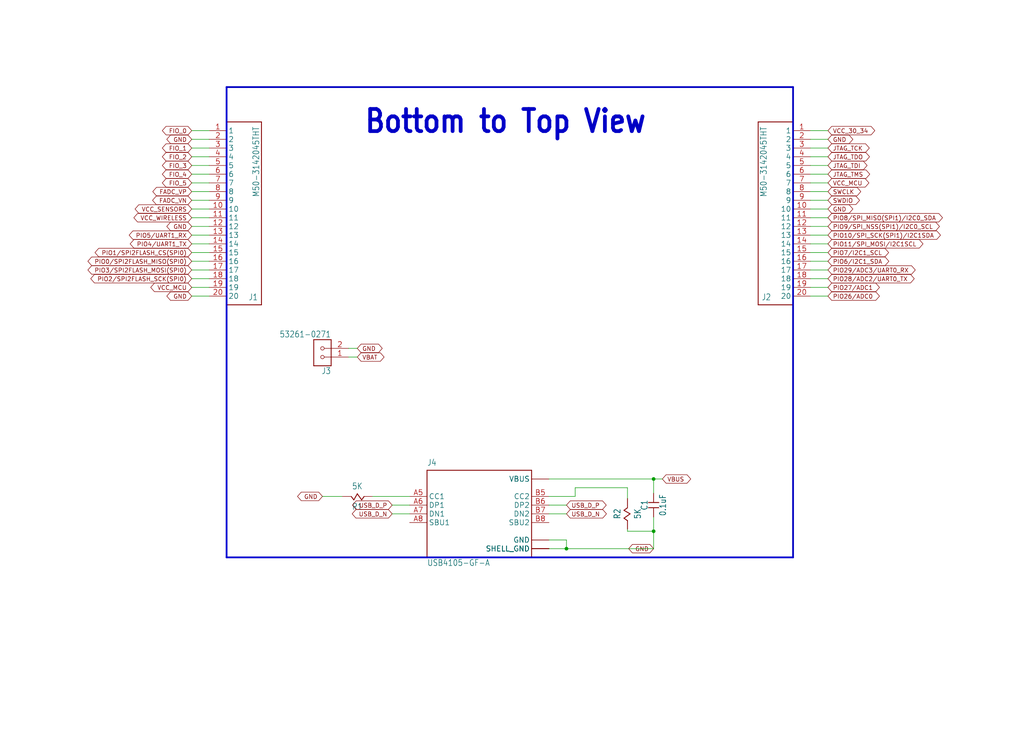
<source format=kicad_sch>
(kicad_sch (version 20250114) (generator "eeschema") (generator_version "9.0")
  (paper "User" 298.45 217.322)
  (lib_symbols
    (symbol "env-eagle-import:53261-0271"
      (property "Reference" "J" (at -2.5449 3.0539 0))
      (symbol "53261-0271_1_0"
        (polyline (pts (xy -2.54 2.54) (xy -2.54 -5.08)) (stroke (width 0.254)))
        (polyline (pts (xy -2.54 2.54) (xy 2.54 2.54)) (stroke (width 0.254)))
        (polyline (pts (xy -2.54 0) (xy -0.508 0)) (stroke (width 0.1524)))
        (polyline (pts (xy -2.54 -2.54) (xy -0.508 -2.54)) (stroke (width 0.1524)))
        (polyline (pts (xy -2.54 -5.08) (xy 2.54 -5.08)) (stroke (width 0.254)))
        (circle (center 0 0) (radius 0.508) (stroke (width 0.1524)))
        (circle (center 0 -2.54) (radius 0.508) (stroke (width 0.1524)))
        (polyline (pts (xy 2.54 -5.08) (xy 2.54 2.54)) (stroke (width 0.254)))
        (pin passive line (at -7.62 0 0) (length 5.08) (name "1") (number "1"))
        (pin passive line (at -7.62 -2.54 0) (length 5.08) (name "2") (number "2"))
      )
    )
    (symbol "env-eagle-import:CAPACITOR0805"
      (property "Reference" "C" (at 0 1.714 0))
      (symbol "CAPACITOR0805_1_0"
        (polyline (pts (xy -0.762 1.524) (xy -0.762 -1.524)) (stroke (width 0.254)))
        (polyline (pts (xy 0.762 -1.524) (xy 0.762 1.524)) (stroke (width 0.254)))
        (pin bidirectional line (at -3.46 0 0) (length 2.54) (name "P$1") (number "1"))
        (pin bidirectional line (at 3.46 0 180) (length 2.54) (name "P$2") (number "2"))
      )
    )
    (symbol "env-eagle-import:M50-3142045THT"
      (property "Reference" "J" (at 0 3.81 0))
      (symbol "M50-3142045THT_1_0"
        (polyline (pts (xy 0 0) (xy 0 -53.34)) (stroke (width 0.254)))
        (polyline (pts (xy 0 0) (xy 10.16 0)) (stroke (width 0.254)))
        (polyline (pts (xy 10.16 -53.34) (xy 0 -53.34)) (stroke (width 0.254)))
        (polyline (pts (xy 10.16 -53.34) (xy 10.16 0)) (stroke (width 0.254)))
        (pin bidirectional line (at -5.08 -2.54 0) (length 5.08) (name "1") (number "1"))
        (pin bidirectional line (at -5.08 -5.08 0) (length 5.08) (name "2") (number "2"))
        (pin bidirectional line (at -5.08 -7.62 0) (length 5.08) (name "3") (number "3"))
        (pin bidirectional line (at -5.08 -10.16 0) (length 5.08) (name "4") (number "4"))
        (pin bidirectional line (at -5.08 -12.7 0) (length 5.08) (name "5") (number "5"))
        (pin bidirectional line (at -5.08 -15.24 0) (length 5.08) (name "6") (number "6"))
        (pin bidirectional line (at -5.08 -17.78 0) (length 5.08) (name "7") (number "7"))
        (pin bidirectional line (at -5.08 -20.32 0) (length 5.08) (name "8") (number "8"))
        (pin bidirectional line (at -5.08 -22.86 0) (length 5.08) (name "9") (number "9"))
        (pin bidirectional line (at -5.08 -25.4 0) (length 5.08) (name "10") (number "10"))
        (pin bidirectional line (at -5.08 -27.94 0) (length 5.08) (name "11") (number "11"))
        (pin bidirectional line (at -5.08 -30.48 0) (length 5.08) (name "12") (number "12"))
        (pin bidirectional line (at -5.08 -33.02 0) (length 5.08) (name "13") (number "13"))
        (pin bidirectional line (at -5.08 -35.56 0) (length 5.08) (name "14") (number "14"))
        (pin bidirectional line (at -5.08 -38.1 0) (length 5.08) (name "15") (number "15"))
        (pin bidirectional line (at -5.08 -40.64 0) (length 5.08) (name "16") (number "16"))
        (pin bidirectional line (at -5.08 -43.18 0) (length 5.08) (name "17") (number "17"))
        (pin bidirectional line (at -5.08 -45.72 0) (length 5.08) (name "18") (number "18"))
        (pin bidirectional line (at -5.08 -48.26 0) (length 5.08) (name "19") (number "19"))
        (pin bidirectional line (at -5.08 -50.8 0) (length 5.08) (name "20") (number "20"))
      )
    )
    (symbol "env-eagle-import:RESISTORSMD_0402"
      (property "Reference" "R" (at 0 2 0))
      (symbol "RESISTORSMD_0402_1_0"
        (polyline (pts (xy -2 0) (xy -1.27 1.016)) (stroke (width 0.254)))
        (polyline (pts (xy -1.27 1.016) (xy 0 -0.762)) (stroke (width 0.254)))
        (polyline (pts (xy 0 -0.762) (xy 1.016 1.016)) (stroke (width 0.254)))
        (polyline (pts (xy 1.016 1.016) (xy 1.778 0)) (stroke (width 0.254)))
        (pin bidirectional line (at -4.46 0 0) (length 2.54) (name "1") (number "1"))
        (pin bidirectional line (at 4.46 0 180) (length 2.54) (name "2") (number "2"))
      )
    )
    (symbol "env-eagle-import:USB4105-GF-A"
      (property "Reference" "J" (at -15.24 13.97 0))
      (symbol "USB4105-GF-A_1_0"
        (polyline (pts (xy -15.24 12.7) (xy 15.24 12.7)) (stroke (width 0.254)))
        (polyline (pts (xy -15.24 -12.7) (xy -15.24 12.7)) (stroke (width 0.254)))
        (polyline (pts (xy 15.24 12.7) (xy 15.24 -12.7)) (stroke (width 0.254)))
        (polyline (pts (xy 15.24 -12.7) (xy -15.24 -12.7)) (stroke (width 0.254)))
        (pin bidirectional line (at -20.32 5.08 0) (length 5.08) (name "CC1") (number "A5"))
        (pin bidirectional line (at -20.32 2.54 0) (length 5.08) (name "DP1") (number "A6"))
        (pin bidirectional line (at -20.32 0 0) (length 5.08) (name "DN1") (number "A7"))
        (pin bidirectional line (at -20.32 -2.54 0) (length 5.08) (name "SBU1") (number "A8"))
        (pin power_in line (at 20.32 10.16 180) (length 5.08) (name "VBUS") (number "A4_B9"))
        (pin power_in line (at 20.32 10.16 180) (length 5.08) (name "VBUS") (number "B4_A9"))
        (pin bidirectional line (at 20.32 5.08 180) (length 5.08) (name "CC2") (number "B5"))
        (pin bidirectional line (at 20.32 2.54 180) (length 5.08) (name "DP2") (number "B6"))
        (pin bidirectional line (at 20.32 0 180) (length 5.08) (name "DN2") (number "B7"))
        (pin bidirectional line (at 20.32 -2.54 180) (length 5.08) (name "SBU2") (number "B8"))
        (pin power_in line (at 20.32 -7.62 180) (length 5.08) (name "GND") (number "A1_B12"))
        (pin power_in line (at 20.32 -7.62 180) (length 5.08) (name "GND") (number "B1_A12"))
        (pin power_in line (at 20.32 -10.16 180) (length 5.08) (name "SHELL_GND") (number "S1"))
        (pin power_in line (at 20.32 -10.16 180) (length 5.08) (name "SHELL_GND") (number "S2"))
        (pin power_in line (at 20.32 -10.16 180) (length 5.08) (name "SHELL_GND") (number "S3"))
        (pin power_in line (at 20.32 -10.16 180) (length 5.08) (name "SHELL_GND") (number "S4"))
      )
    )
  )
  (text "Bottom to Top View" (at 147.32 35.56 0) (effects (font (size 6.4516 5.4838) (thickness 1.0968) (bold yes))))
  (junction (at 190.5 139.7))
  (junction (at 190.5 154.94))
  (junction (at 165.1 160.02))
  (wire (pts (xy 236.22 40.64) (xy 241.3 40.64)) (stroke (width 0.1524)))
  (wire (pts (xy 160.02 139.7) (xy 190.5 139.7)) (stroke (width 0.1524)))
  (wire (pts (xy 60.96 86.36) (xy 55.88 86.36)) (stroke (width 0.1524)))
  (wire (pts (xy 236.22 81.28) (xy 241.3 81.28)) (stroke (width 0.1524)))
  (wire (pts (xy 99.68 144.78) (xy 93.98 144.78)) (stroke (width 0.1524)))
  (polyline (pts (xy 66.04 25.4) (xy 66.04 162.56)) (stroke (width 0.508) (type solid)))
  (wire (pts (xy 60.96 63.5) (xy 55.88 63.5)) (stroke (width 0.1524)))
  (wire (pts (xy 236.22 78.74) (xy 241.3 78.74)) (stroke (width 0.1524)))
  (wire (pts (xy 60.96 76.2) (xy 55.88 76.2)) (stroke (width 0.1524)))
  (wire (pts (xy 160.02 147.32) (xy 165.1 147.32)) (stroke (width 0.1524)))
  (wire (pts (xy 160.02 144.78) (xy 167.64 144.78)) (stroke (width 0.1524)))
  (wire (pts (xy 190.5 150.78) (xy 190.5 154.94)) (stroke (width 0.1524)))
  (wire (pts (xy 236.22 48.26) (xy 241.3 48.26)) (stroke (width 0.1524)))
  (wire (pts (xy 190.5 160.02) (xy 165.1 160.02)) (stroke (width 0.1524)))
  (wire (pts (xy 60.96 50.8) (xy 55.88 50.8)) (stroke (width 0.1524)))
  (wire (pts (xy 182.88 154.94) (xy 190.5 154.94)) (stroke (width 0.1524)))
  (wire (pts (xy 190.5 139.7) (xy 193.04 139.7)) (stroke (width 0.1524)))
  (wire (pts (xy 60.96 38.1) (xy 55.88 38.1)) (stroke (width 0.1524)))
  (wire (pts (xy 119.38 147.32) (xy 114.3 147.32)) (stroke (width 0.1524)))
  (wire (pts (xy 60.96 55.88) (xy 55.88 55.88)) (stroke (width 0.1524)))
  (wire (pts (xy 182.88 142.24) (xy 182.88 145.4)) (stroke (width 0.1524)))
  (wire (pts (xy 182.88 142.24) (xy 167.64 142.24)) (stroke (width 0.1524)))
  (wire (pts (xy 60.96 40.64) (xy 55.88 40.64)) (stroke (width 0.1524)))
  (wire (pts (xy 236.22 58.42) (xy 241.3 58.42)) (stroke (width 0.1524)))
  (wire (pts (xy 60.96 60.96) (xy 55.88 60.96)) (stroke (width 0.1524)))
  (wire (pts (xy 60.96 68.58) (xy 55.88 68.58)) (stroke (width 0.1524)))
  (wire (pts (xy 241.3 86.36) (xy 236.22 86.36)) (stroke (width 0.1524)))
  (wire (pts (xy 236.22 68.58) (xy 241.3 68.58)) (stroke (width 0.1524)))
  (wire (pts (xy 119.38 149.86) (xy 114.3 149.86)) (stroke (width 0.1524)))
  (wire (pts (xy 60.96 81.28) (xy 55.88 81.28)) (stroke (width 0.1524)))
  (wire (pts (xy 236.22 43.18) (xy 241.3 43.18)) (stroke (width 0.1524)))
  (wire (pts (xy 60.96 48.26) (xy 55.88 48.26)) (stroke (width 0.1524)))
  (wire (pts (xy 241.3 83.82) (xy 236.22 83.82)) (stroke (width 0.1524)))
  (wire (pts (xy 236.22 38.1) (xy 241.3 38.1)) (stroke (width 0.1524)))
  (wire (pts (xy 241.3 73.66) (xy 236.22 73.66)) (stroke (width 0.1524)))
  (polyline (pts (xy 231.14 162.56) (xy 231.14 25.4)) (stroke (width 0.508) (type solid)))
  (wire (pts (xy 236.22 66.04) (xy 241.3 66.04)) (stroke (width 0.1524)))
  (wire (pts (xy 190.5 154.94) (xy 190.5 160.02)) (stroke (width 0.1524)))
  (wire (pts (xy 60.96 58.42) (xy 55.88 58.42)) (stroke (width 0.1524)))
  (polyline (pts (xy 66.04 162.56) (xy 231.14 162.56)) (stroke (width 0.508) (type solid)))
  (wire (pts (xy 60.96 71.12) (xy 55.88 71.12)) (stroke (width 0.1524)))
  (wire (pts (xy 236.22 71.12) (xy 241.3 71.12)) (stroke (width 0.1524)))
  (wire (pts (xy 241.3 76.2) (xy 236.22 76.2)) (stroke (width 0.1524)))
  (polyline (pts (xy 231.14 25.4) (xy 66.04 25.4)) (stroke (width 0.508) (type solid)))
  (wire (pts (xy 60.96 78.74) (xy 55.88 78.74)) (stroke (width 0.1524)))
  (wire (pts (xy 241.3 50.8) (xy 236.22 50.8)) (stroke (width 0.1524)))
  (wire (pts (xy 165.1 157.48) (xy 165.1 160.02)) (stroke (width 0.1524)))
  (wire (pts (xy 182.88 154.32) (xy 182.88 154.94)) (stroke (width 0.1524)))
  (wire (pts (xy 60.96 53.34) (xy 55.88 53.34)) (stroke (width 0.1524)))
  (wire (pts (xy 241.3 53.34) (xy 236.22 53.34)) (stroke (width 0.1524)))
  (wire (pts (xy 60.96 66.04) (xy 55.88 66.04)) (stroke (width 0.1524)))
  (wire (pts (xy 101.6 104.14) (xy 104.14 104.14)) (stroke (width 0.1524)))
  (wire (pts (xy 119.38 144.78) (xy 108.6 144.78)) (stroke (width 0.1524)))
  (wire (pts (xy 101.6 101.6) (xy 104.14 101.6)) (stroke (width 0.1524)))
  (wire (pts (xy 60.96 73.66) (xy 55.88 73.66)) (stroke (width 0.1524)))
  (wire (pts (xy 241.3 45.72) (xy 236.22 45.72)) (stroke (width 0.1524)))
  (wire (pts (xy 167.64 142.24) (xy 167.64 144.78)) (stroke (width 0.1524)))
  (wire (pts (xy 160.02 160.02) (xy 165.1 160.02)) (stroke (width 0.1524)))
  (wire (pts (xy 236.22 60.96) (xy 241.3 60.96)) (stroke (width 0.1524)))
  (wire (pts (xy 236.22 63.5) (xy 241.3 63.5)) (stroke (width 0.1524)))
  (wire (pts (xy 160.02 157.48) (xy 165.1 157.48)) (stroke (width 0.1524)))
  (wire (pts (xy 60.96 45.72) (xy 55.88 45.72)) (stroke (width 0.1524)))
  (wire (pts (xy 190.5 143.86) (xy 190.5 139.7)) (stroke (width 0.1524)))
  (wire (pts (xy 160.02 149.86) (xy 165.1 149.86)) (stroke (width 0.1524)))
  (wire (pts (xy 60.96 43.18) (xy 55.88 43.18)) (stroke (width 0.1524)))
  (wire (pts (xy 236.22 55.88) (xy 241.3 55.88)) (stroke (width 0.1524)))
  (wire (pts (xy 60.96 83.82) (xy 55.88 83.82)) (stroke (width 0.1524)))
  (global_label "JTAG_TCK" (shape bidirectional) (at 241.3 43.18 0) (effects (font (size 1.2446 1.2446))) (property "Intersheetrefs" "${INTERSHEET_REFS}" (effects (hide yes))))
  (global_label "PIO8/SPI_MISO(SPI1)/I2C0_SDA" (shape bidirectional) (at 241.3 63.5 0) (effects (font (size 1.2446 1.2446))) (property "Intersheetrefs" "${INTERSHEET_REFS}" (effects (hide yes))))
  (global_label "PIO11/SPI_MOSI/I2C1SCL" (shape bidirectional) (at 241.3 71.12 0) (effects (font (size 1.2446 1.2446))) (property "Intersheetrefs" "${INTERSHEET_REFS}" (effects (hide yes))))
  (global_label "VCC_SENSORS" (shape bidirectional) (at 55.88 60.96 180) (effects (font (size 1.2446 1.2446))) (property "Intersheetrefs" "${INTERSHEET_REFS}" (effects (hide yes))))
  (global_label "GND" (shape bidirectional) (at 55.88 86.36 180) (effects (font (size 1.2446 1.2446))) (property "Intersheetrefs" "${INTERSHEET_REFS}" (effects (hide yes))))
  (global_label "PIO1/SPI2FLASH_CS(SPI0)" (shape bidirectional) (at 55.88 73.66 180) (effects (font (size 1.2446 1.2446))) (property "Intersheetrefs" "${INTERSHEET_REFS}" (effects (hide yes))))
  (global_label "GND" (shape bidirectional) (at 241.3 40.64 0) (effects (font (size 1.2446 1.2446))) (property "Intersheetrefs" "${INTERSHEET_REFS}" (effects (hide yes))))
  (global_label "USB_D_P" (shape bidirectional) (at 114.3 147.32 180) (effects (font (size 1.2446 1.2446))) (property "Intersheetrefs" "${INTERSHEET_REFS}" (effects (hide yes))))
  (global_label "FIO_3" (shape bidirectional) (at 55.88 48.26 180) (effects (font (size 1.2446 1.2446))) (property "Intersheetrefs" "${INTERSHEET_REFS}" (effects (hide yes))))
  (global_label "PIO2/SPI2FLASH_SCK(SPI0)" (shape bidirectional) (at 55.88 81.28 180) (effects (font (size 1.2446 1.2446))) (property "Intersheetrefs" "${INTERSHEET_REFS}" (effects (hide yes))))
  (global_label "VCC_MCU" (shape bidirectional) (at 241.3 53.34 0) (effects (font (size 1.2446 1.2446))) (property "Intersheetrefs" "${INTERSHEET_REFS}" (effects (hide yes))))
  (global_label "VBUS" (shape bidirectional) (at 193.04 139.7 0) (effects (font (size 1.2446 1.2446))) (property "Intersheetrefs" "${INTERSHEET_REFS}" (effects (hide yes))))
  (global_label "SWCLK" (shape bidirectional) (at 241.3 55.88 0) (effects (font (size 1.2446 1.2446))) (property "Intersheetrefs" "${INTERSHEET_REFS}" (effects (hide yes))))
  (global_label "VCC_WIRELESS" (shape bidirectional) (at 55.88 63.5 180) (effects (font (size 1.2446 1.2446))) (property "Intersheetrefs" "${INTERSHEET_REFS}" (effects (hide yes))))
  (global_label "FADC_VN" (shape bidirectional) (at 55.88 58.42 180) (effects (font (size 1.2446 1.2446))) (property "Intersheetrefs" "${INTERSHEET_REFS}" (effects (hide yes))))
  (global_label "USB_D_P" (shape bidirectional) (at 165.1 147.32 0) (effects (font (size 1.2446 1.2446))) (property "Intersheetrefs" "${INTERSHEET_REFS}" (effects (hide yes))))
  (global_label "PIO10/SPI_SCK(SPI1)/I2C1SDA" (shape bidirectional) (at 241.3 68.58 0) (effects (font (size 1.2446 1.2446))) (property "Intersheetrefs" "${INTERSHEET_REFS}" (effects (hide yes))))
  (global_label "JTAG_TDI" (shape bidirectional) (at 241.3 48.26 0) (effects (font (size 1.2446 1.2446))) (property "Intersheetrefs" "${INTERSHEET_REFS}" (effects (hide yes))))
  (global_label "VCC_30_34" (shape bidirectional) (at 241.3 38.1 0) (effects (font (size 1.2446 1.2446))) (property "Intersheetrefs" "${INTERSHEET_REFS}" (effects (hide yes))))
  (global_label "GND" (shape bidirectional) (at 190.5 160.02 180) (effects (font (size 1.2446 1.2446))) (property "Intersheetrefs" "${INTERSHEET_REFS}" (effects (hide yes))))
  (global_label "PIO6/I2C1_SDA" (shape bidirectional) (at 241.3 76.2 0) (effects (font (size 1.2446 1.2446))) (property "Intersheetrefs" "${INTERSHEET_REFS}" (effects (hide yes))))
  (global_label "FIO_0" (shape bidirectional) (at 55.88 38.1 180) (effects (font (size 1.2446 1.2446))) (property "Intersheetrefs" "${INTERSHEET_REFS}" (effects (hide yes))))
  (global_label "FIO_5" (shape bidirectional) (at 55.88 53.34 180) (effects (font (size 1.2446 1.2446))) (property "Intersheetrefs" "${INTERSHEET_REFS}" (effects (hide yes))))
  (global_label "VCC_MCU" (shape bidirectional) (at 55.88 83.82 180) (effects (font (size 1.2446 1.2446))) (property "Intersheetrefs" "${INTERSHEET_REFS}" (effects (hide yes))))
  (global_label "PIO4/UART1_TX" (shape bidirectional) (at 55.88 71.12 180) (effects (font (size 1.2446 1.2446))) (property "Intersheetrefs" "${INTERSHEET_REFS}" (effects (hide yes))))
  (global_label "JTAG_TMS" (shape bidirectional) (at 241.3 50.8 0) (effects (font (size 1.2446 1.2446))) (property "Intersheetrefs" "${INTERSHEET_REFS}" (effects (hide yes))))
  (global_label "PIO0/SPI2FLASH_MISO(SPI0)" (shape bidirectional) (at 55.88 76.2 180) (effects (font (size 1.2446 1.2446))) (property "Intersheetrefs" "${INTERSHEET_REFS}" (effects (hide yes))))
  (global_label "USB_D_N" (shape bidirectional) (at 165.1 149.86 0) (effects (font (size 1.2446 1.2446))) (property "Intersheetrefs" "${INTERSHEET_REFS}" (effects (hide yes))))
  (global_label "PIO3/SPI2FLASH_MOSI(SPI0)" (shape bidirectional) (at 55.88 78.74 180) (effects (font (size 1.2446 1.2446))) (property "Intersheetrefs" "${INTERSHEET_REFS}" (effects (hide yes))))
  (global_label "VBAT" (shape bidirectional) (at 104.14 104.14 0) (effects (font (size 1.2446 1.2446))) (property "Intersheetrefs" "${INTERSHEET_REFS}" (effects (hide yes))))
  (global_label "FADC_VP" (shape bidirectional) (at 55.88 55.88 180) (effects (font (size 1.2446 1.2446))) (property "Intersheetrefs" "${INTERSHEET_REFS}" (effects (hide yes))))
  (global_label "PIO9/SPI_NSS(SPI1)/I2C0_SCL" (shape bidirectional) (at 241.3 66.04 0) (effects (font (size 1.2446 1.2446))) (property "Intersheetrefs" "${INTERSHEET_REFS}" (effects (hide yes))))
  (global_label "PIO5/UART1_RX" (shape bidirectional) (at 55.88 68.58 180) (effects (font (size 1.2446 1.2446))) (property "Intersheetrefs" "${INTERSHEET_REFS}" (effects (hide yes))))
  (global_label "GND" (shape bidirectional) (at 93.98 144.78 180) (effects (font (size 1.2446 1.2446))) (property "Intersheetrefs" "${INTERSHEET_REFS}" (effects (hide yes))))
  (global_label "JTAG_TDO" (shape bidirectional) (at 241.3 45.72 0) (effects (font (size 1.2446 1.2446))) (property "Intersheetrefs" "${INTERSHEET_REFS}" (effects (hide yes))))
  (global_label "PIO28/ADC2/UART0_TX" (shape bidirectional) (at 241.3 81.28 0) (effects (font (size 1.2446 1.2446))) (property "Intersheetrefs" "${INTERSHEET_REFS}" (effects (hide yes))))
  (global_label "FIO_1" (shape bidirectional) (at 55.88 43.18 180) (effects (font (size 1.2446 1.2446))) (property "Intersheetrefs" "${INTERSHEET_REFS}" (effects (hide yes))))
  (global_label "PIO27/ADC1" (shape bidirectional) (at 241.3 83.82 0) (effects (font (size 1.2446 1.2446))) (property "Intersheetrefs" "${INTERSHEET_REFS}" (effects (hide yes))))
  (global_label "FIO_2" (shape bidirectional) (at 55.88 45.72 180) (effects (font (size 1.2446 1.2446))) (property "Intersheetrefs" "${INTERSHEET_REFS}" (effects (hide yes))))
  (global_label "GND" (shape bidirectional) (at 55.88 66.04 180) (effects (font (size 1.2446 1.2446))) (property "Intersheetrefs" "${INTERSHEET_REFS}" (effects (hide yes))))
  (global_label "PIO26/ADC0" (shape bidirectional) (at 241.3 86.36 0) (effects (font (size 1.2446 1.2446))) (property "Intersheetrefs" "${INTERSHEET_REFS}" (effects (hide yes))))
  (global_label "FIO_4" (shape bidirectional) (at 55.88 50.8 180) (effects (font (size 1.2446 1.2446))) (property "Intersheetrefs" "${INTERSHEET_REFS}" (effects (hide yes))))
  (global_label "PIO7/I2C1_SCL" (shape bidirectional) (at 241.3 73.66 0) (effects (font (size 1.2446 1.2446))) (property "Intersheetrefs" "${INTERSHEET_REFS}" (effects (hide yes))))
  (global_label "PIO29/ADC3/UART0_RX" (shape bidirectional) (at 241.3 78.74 0) (effects (font (size 1.2446 1.2446))) (property "Intersheetrefs" "${INTERSHEET_REFS}" (effects (hide yes))))
  (global_label "USB_D_N" (shape bidirectional) (at 114.3 149.86 180) (effects (font (size 1.2446 1.2446))) (property "Intersheetrefs" "${INTERSHEET_REFS}" (effects (hide yes))))
  (global_label "GND" (shape bidirectional) (at 241.3 60.96 0) (effects (font (size 1.2446 1.2446))) (property "Intersheetrefs" "${INTERSHEET_REFS}" (effects (hide yes))))
  (global_label "GND" (shape bidirectional) (at 55.88 40.64 180) (effects (font (size 1.2446 1.2446))) (property "Intersheetrefs" "${INTERSHEET_REFS}" (effects (hide yes))))
  (global_label "GND" (shape bidirectional) (at 104.14 101.6 0) (effects (font (size 1.2446 1.2446))) (property "Intersheetrefs" "${INTERSHEET_REFS}" (effects (hide yes))))
  (global_label "SWDIO" (shape bidirectional) (at 241.3 58.42 0) (effects (font (size 1.2446 1.2446))) (property "Intersheetrefs" "${INTERSHEET_REFS}" (effects (hide yes))))
  (symbol (lib_id "env-eagle-import:53261-0271") (at 93.98 104.14 180) (unit 1)
    (property "Reference" "J3" (at 96.5249 107.194 0) (effects (font (size 1.7814 1.5141)) (justify left bottom)))
    (property "Value" "53261-0271" (at 96.5224 96.5126 0) (effects (font (size 1.7797 1.5127)) (justify left bottom)))
    (property "Footprint" "env:MOLEX_53261-0271" (effects (hide yes)))
  )
  (symbol (lib_id "env-eagle-import:RESISTORSMD_0402") (at 104.14 144.78 180) (unit 1)
    (property "Reference" "R1" (at 104.14 146.78 0) (effects (font (size 1.778 1.5113)) (justify bottom)))
    (property "Value" "5K" (at 104.14 142.78 0) (effects (font (size 1.778 1.5113)) (justify top)))
    (property "Footprint" "env:0402" (effects (hide yes)))
    (property "OC_NEWARK" "unknown" (effects (hide yes)))
  )
  (symbol (lib_id "env-eagle-import:M50-3142045THT") (at 231.14 35.56 0) (mirror y) (unit 1)
    (property "Reference" "J2" (at 224.79 87.63 0) (effects (font (size 1.778 1.5113)) (justify left bottom)))
    (property "Value" "M50-3142045THT" (at 223.52 36.83 90) (effects (font (size 1.778 1.5113)) (justify right top)))
    (property "Footprint" "env:20X1_HEADER_THT_1.27MM" (effects (hide yes)))
    (property "OC_NEWARK" "unknown" (effects (hide yes)))
  )
  (symbol (lib_id "env-eagle-import:CAPACITOR0805") (at 190.5 147.32 90) (unit 1)
    (property "Reference" "C1" (at 188.786 147.32 0) (effects (font (size 1.778 1.5113)) (justify bottom)))
    (property "Value" "0.1uF" (at 192.214 147.32 0) (effects (font (size 1.778 1.5113)) (justify top)))
    (property "Footprint" "env:0805" (effects (hide yes)))
    (property "OC_NEWARK" "unknown" (effects (hide yes)))
  )
  (symbol (lib_id "env-eagle-import:RESISTORSMD_0402") (at 182.88 149.86 90) (unit 1)
    (property "Reference" "R2" (at 180.88 149.86 0) (effects (font (size 1.778 1.5113)) (justify bottom)))
    (property "Value" "5K" (at 184.88 149.86 0) (effects (font (size 1.778 1.5113)) (justify top)))
    (property "Footprint" "env:0402" (effects (hide yes)))
    (property "OC_NEWARK" "unknown" (effects (hide yes)))
  )
  (symbol (lib_id "env-eagle-import:USB4105-GF-A") (at 139.7 149.86 0) (unit 1)
    (property "Reference" "J4" (at 124.46 135.89 0) (effects (font (size 1.778 1.5113)) (justify left bottom)))
    (property "Value" "USB4105-GF-A" (at 124.46 165.1 0) (effects (font (size 1.778 1.5113)) (justify left bottom)))
    (property "Footprint" "env:GCT_USB4105-GF-A" (effects (hide yes)))
  )
  (symbol (lib_id "env-eagle-import:M50-3142045THT") (at 66.04 35.56 0) (unit 1)
    (property "Reference" "J1" (at 72.39 87.63 0) (effects (font (size 1.778 1.5113)) (justify left bottom)))
    (property "Value" "M50-3142045THT" (at 73.66 36.83 90) (effects (font (size 1.778 1.5113)) (justify right top)))
    (property "Footprint" "env:20X1_HEADER_THT_1.27MM" (effects (hide yes)))
    (property "OC_NEWARK" "unknown" (effects (hide yes)))
  )
)
</source>
